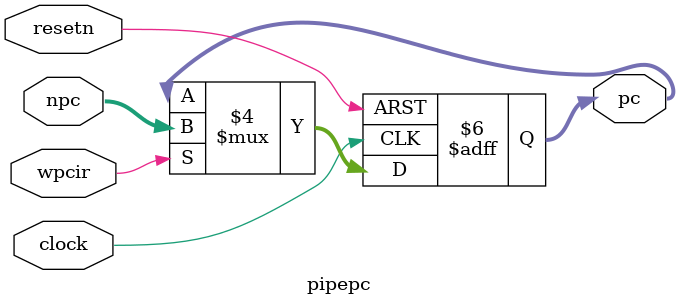
<source format=v>
module pipepc ( npc,wpcir,clock,resetn,pc );

   input  [31:0] npc ;
   input         clock,resetn,wpcir ;      
   output [31:0] pc ;
   
   wire   [31:0] npc ;
   wire          clock,resetn,wpcir;
   reg    [31:0] pc ;
   
   always @ (negedge resetn or posedge clock)
      if ( resetn == 0) begin
         pc[31:0] <= 32'b0;
      end else begin
			if ( wpcir == 1) pc[31:0] <= npc[31:0];
      end
      
endmodule

</source>
